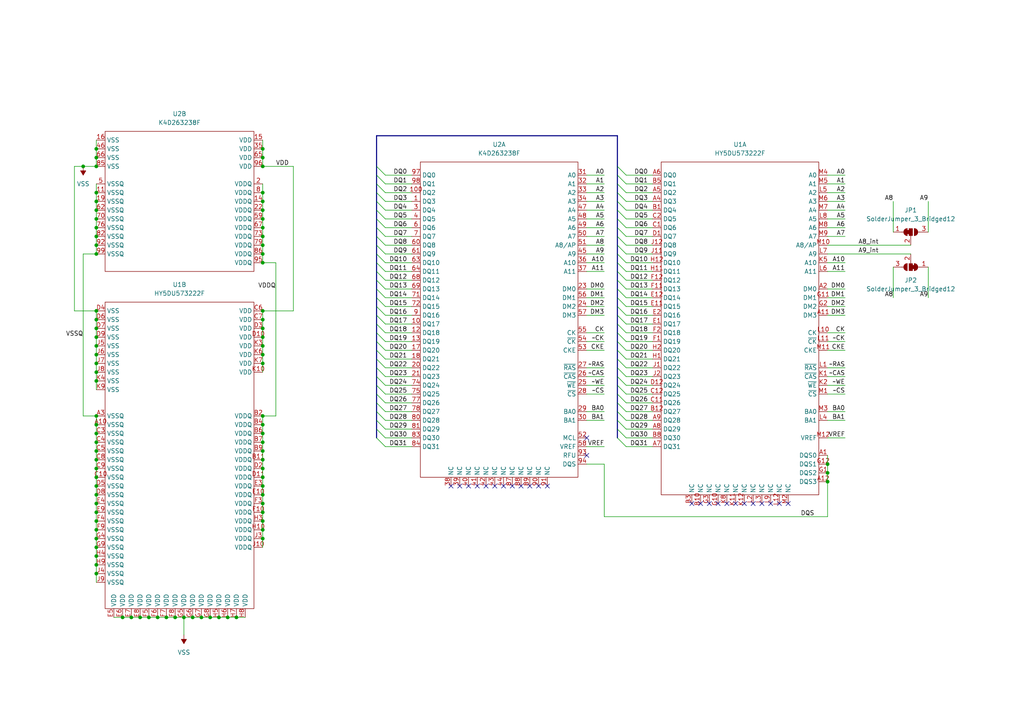
<source format=kicad_sch>
(kicad_sch (version 20230121) (generator eeschema)
  (paper "A4")
  (junction (at 76.2 123.19))
  (junction (at 45.72 179.07))
  (junction (at 27.94 105.41))
  (junction (at 76.2 55.88))
  (junction (at 27.94 130.81))
  (junction (at 27.94 146.05))
  (junction (at 27.94 163.83))
  (junction (at 76.2 125.73))
  (junction (at 48.26 179.07))
  (junction (at 76.2 120.65))
  (junction (at 76.2 48.26))
  (junction (at 76.2 73.66))
  (junction (at 76.2 66.04))
  (junction (at 27.94 92.71))
  (junction (at 27.94 60.96))
  (junction (at 27.94 151.13))
  (junction (at 27.94 143.51))
  (junction (at 27.94 95.25))
  (junction (at 27.94 133.35))
  (junction (at 76.2 100.33))
  (junction (at 27.94 97.79))
  (junction (at 76.2 45.72))
  (junction (at 27.94 158.75))
  (junction (at 27.94 73.66))
  (junction (at 27.94 123.19))
  (junction (at 27.94 100.33))
  (junction (at 27.94 166.37))
  (junction (at 27.94 43.18))
  (junction (at 76.2 135.89))
  (junction (at 76.2 146.05))
  (junction (at 27.94 63.5))
  (junction (at 27.94 58.42))
  (junction (at 27.94 102.87))
  (junction (at 76.2 92.71))
  (junction (at 27.94 71.12))
  (junction (at 27.94 128.27))
  (junction (at 76.2 68.58))
  (junction (at 76.2 63.5))
  (junction (at 35.56 179.07))
  (junction (at 240.03 139.7))
  (junction (at 76.2 140.97))
  (junction (at 76.2 148.59))
  (junction (at 76.2 151.13))
  (junction (at 50.8 179.07))
  (junction (at 76.2 133.35))
  (junction (at 76.2 60.96))
  (junction (at 68.58 179.07))
  (junction (at 76.2 95.25))
  (junction (at 76.2 90.17))
  (junction (at 27.94 68.58))
  (junction (at 27.94 45.72))
  (junction (at 76.2 58.42))
  (junction (at 63.5 179.07))
  (junction (at 66.04 179.07))
  (junction (at 27.94 135.89))
  (junction (at 58.42 179.07))
  (junction (at 27.94 55.88))
  (junction (at 27.94 107.95))
  (junction (at 76.2 153.67))
  (junction (at 24.13 48.26))
  (junction (at 76.2 105.41))
  (junction (at 27.94 120.65))
  (junction (at 43.18 179.07))
  (junction (at 27.94 148.59))
  (junction (at 76.2 138.43))
  (junction (at 76.2 130.81))
  (junction (at 27.94 161.29))
  (junction (at 76.2 71.12))
  (junction (at 76.2 76.2))
  (junction (at 76.2 128.27))
  (junction (at 40.64 179.07))
  (junction (at 76.2 102.87))
  (junction (at 27.94 66.04))
  (junction (at 27.94 138.43))
  (junction (at 60.96 179.07))
  (junction (at 27.94 110.49))
  (junction (at 27.94 140.97))
  (junction (at 240.03 137.16))
  (junction (at 38.1 179.07))
  (junction (at 27.94 156.21))
  (junction (at 76.2 143.51))
  (junction (at 76.2 43.18))
  (junction (at 27.94 153.67))
  (junction (at 27.94 125.73))
  (junction (at 53.34 179.07))
  (junction (at 55.88 179.07))
  (junction (at 240.03 134.62))
  (junction (at 76.2 97.79))
  (junction (at 76.2 156.21))
  (junction (at 27.94 48.26))
  (junction (at 27.94 90.17))
  (no_connect (at 218.44 146.05))
  (no_connect (at 220.98 146.05))
  (no_connect (at 223.52 146.05))
  (no_connect (at 226.06 146.05))
  (no_connect (at 228.6 146.05))
  (no_connect (at 200.66 146.05))
  (no_connect (at 203.2 146.05))
  (no_connect (at 205.74 146.05))
  (no_connect (at 208.28 146.05))
  (no_connect (at 210.82 146.05))
  (no_connect (at 213.36 146.05))
  (no_connect (at 215.9 146.05))
  (no_connect (at 146.05 140.97))
  (no_connect (at 143.51 140.97))
  (no_connect (at 148.59 140.97))
  (no_connect (at 140.97 140.97))
  (no_connect (at 138.43 140.97))
  (no_connect (at 153.67 140.97))
  (no_connect (at 156.21 140.97))
  (no_connect (at 158.75 140.97))
  (no_connect (at 151.13 140.97))
  (no_connect (at 133.35 140.97))
  (no_connect (at 135.89 140.97))
  (no_connect (at 130.81 140.97))
  (no_connect (at 170.18 127))
  (no_connect (at 170.18 132.08))
  (bus_entry (at 179.07 101.6) (size 2.54 2.54))
  (bus_entry (at 109.22 88.9) (size 2.54 2.54))
  (bus_entry (at 109.22 76.2) (size 2.54 2.54))
  (bus_entry (at 109.22 86.36) (size 2.54 2.54))
  (bus_entry (at 109.22 58.42) (size 2.54 2.54))
  (bus_entry (at 179.07 66.04) (size 2.54 2.54))
  (bus_entry (at 179.07 104.14) (size 2.54 2.54))
  (bus_entry (at 179.07 53.34) (size 2.54 2.54))
  (bus_entry (at 179.07 116.84) (size 2.54 2.54))
  (bus_entry (at 179.07 109.22) (size 2.54 2.54))
  (bus_entry (at 179.07 99.06) (size 2.54 2.54))
  (bus_entry (at 179.07 91.44) (size 2.54 2.54))
  (bus_entry (at 179.07 93.98) (size 2.54 2.54))
  (bus_entry (at 179.07 88.9) (size 2.54 2.54))
  (bus_entry (at 179.07 71.12) (size 2.54 2.54))
  (bus_entry (at 109.22 50.8) (size 2.54 2.54))
  (bus_entry (at 179.07 114.3) (size 2.54 2.54))
  (bus_entry (at 109.22 116.84) (size 2.54 2.54))
  (bus_entry (at 109.22 119.38) (size 2.54 2.54))
  (bus_entry (at 109.22 127) (size 2.54 2.54))
  (bus_entry (at 109.22 124.46) (size 2.54 2.54))
  (bus_entry (at 109.22 121.92) (size 2.54 2.54))
  (bus_entry (at 109.22 114.3) (size 2.54 2.54))
  (bus_entry (at 109.22 111.76) (size 2.54 2.54))
  (bus_entry (at 109.22 109.22) (size 2.54 2.54))
  (bus_entry (at 179.07 58.42) (size 2.54 2.54))
  (bus_entry (at 179.07 63.5) (size 2.54 2.54))
  (bus_entry (at 109.22 93.98) (size 2.54 2.54))
  (bus_entry (at 109.22 55.88) (size 2.54 2.54))
  (bus_entry (at 109.22 91.44) (size 2.54 2.54))
  (bus_entry (at 179.07 111.76) (size 2.54 2.54))
  (bus_entry (at 109.22 71.12) (size 2.54 2.54))
  (bus_entry (at 109.22 63.5) (size 2.54 2.54))
  (bus_entry (at 179.07 124.46) (size 2.54 2.54))
  (bus_entry (at 109.22 68.58) (size 2.54 2.54))
  (bus_entry (at 109.22 48.26) (size 2.54 2.54))
  (bus_entry (at 179.07 55.88) (size 2.54 2.54))
  (bus_entry (at 179.07 83.82) (size 2.54 2.54))
  (bus_entry (at 109.22 106.68) (size 2.54 2.54))
  (bus_entry (at 179.07 60.96) (size 2.54 2.54))
  (bus_entry (at 179.07 73.66) (size 2.54 2.54))
  (bus_entry (at 109.22 99.06) (size 2.54 2.54))
  (bus_entry (at 109.22 66.04) (size 2.54 2.54))
  (bus_entry (at 109.22 83.82) (size 2.54 2.54))
  (bus_entry (at 179.07 127) (size 2.54 2.54))
  (bus_entry (at 179.07 81.28) (size 2.54 2.54))
  (bus_entry (at 109.22 101.6) (size 2.54 2.54))
  (bus_entry (at 109.22 104.14) (size 2.54 2.54))
  (bus_entry (at 179.07 86.36) (size 2.54 2.54))
  (bus_entry (at 179.07 78.74) (size 2.54 2.54))
  (bus_entry (at 179.07 96.52) (size 2.54 2.54))
  (bus_entry (at 109.22 96.52) (size 2.54 2.54))
  (bus_entry (at 179.07 119.38) (size 2.54 2.54))
  (bus_entry (at 179.07 68.58) (size 2.54 2.54))
  (bus_entry (at 179.07 48.26) (size 2.54 2.54))
  (bus_entry (at 179.07 76.2) (size 2.54 2.54))
  (bus_entry (at 179.07 50.8) (size 2.54 2.54))
  (bus_entry (at 109.22 53.34) (size 2.54 2.54))
  (bus_entry (at 109.22 60.96) (size 2.54 2.54))
  (bus_entry (at 109.22 78.74) (size 2.54 2.54))
  (bus_entry (at 109.22 81.28) (size 2.54 2.54))
  (bus_entry (at 179.07 121.92) (size 2.54 2.54))
  (bus_entry (at 179.07 106.68) (size 2.54 2.54))
  (bus_entry (at 109.22 73.66) (size 2.54 2.54))
  (wire (pts (xy 181.61 99.06) (xy 189.23 99.06)))
  (wire (pts (xy 240.03 63.5) (xy 245.11 63.5)))
  (bus (pts (xy 109.22 96.52) (xy 109.22 93.98)))
  (wire (pts (xy 111.76 53.34) (xy 119.38 53.34)))
  (wire (pts (xy 111.76 60.96) (xy 119.38 60.96)))
  (wire (pts (xy 111.76 78.74) (xy 119.38 78.74)))
  (wire (pts (xy 111.76 71.12) (xy 119.38 71.12)))
  (bus (pts (xy 109.22 73.66) (xy 109.22 71.12)))
  (bus (pts (xy 179.07 119.38) (xy 179.07 121.92)))
  (wire (pts (xy 27.94 146.05) (xy 27.94 148.59)))
  (wire (pts (xy 240.03 127) (xy 245.11 127)))
  (bus (pts (xy 179.07 124.46) (xy 179.07 127)))
  (bus (pts (xy 179.07 71.12) (xy 179.07 73.66)))
  (wire (pts (xy 181.61 106.68) (xy 189.23 106.68)))
  (wire (pts (xy 76.2 153.67) (xy 76.2 156.21)))
  (wire (pts (xy 76.2 90.17) (xy 85.09 90.17)))
  (wire (pts (xy 76.2 148.59) (xy 76.2 151.13)))
  (bus (pts (xy 109.22 114.3) (xy 109.22 111.76)))
  (bus (pts (xy 109.22 86.36) (xy 109.22 83.82)))
  (wire (pts (xy 240.03 132.08) (xy 240.03 134.62)))
  (wire (pts (xy 76.2 123.19) (xy 76.2 125.73)))
  (bus (pts (xy 109.22 78.74) (xy 109.22 76.2)))
  (bus (pts (xy 179.07 73.66) (xy 179.07 76.2)))
  (wire (pts (xy 240.03 66.04) (xy 245.11 66.04)))
  (bus (pts (xy 179.07 81.28) (xy 179.07 83.82)))
  (wire (pts (xy 24.13 73.66) (xy 24.13 120.65)))
  (bus (pts (xy 109.22 101.6) (xy 109.22 99.06)))
  (bus (pts (xy 179.07 114.3) (xy 179.07 116.84)))
  (bus (pts (xy 109.22 68.58) (xy 109.22 66.04)))
  (bus (pts (xy 179.07 101.6) (xy 179.07 104.14)))
  (wire (pts (xy 240.03 121.92) (xy 245.11 121.92)))
  (bus (pts (xy 109.22 48.26) (xy 109.22 39.37)))
  (wire (pts (xy 27.94 123.19) (xy 27.94 125.73)))
  (wire (pts (xy 76.2 120.65) (xy 76.2 123.19)))
  (wire (pts (xy 269.24 77.47) (xy 269.24 86.36)))
  (wire (pts (xy 111.76 124.46) (xy 119.38 124.46)))
  (bus (pts (xy 179.07 88.9) (xy 179.07 91.44)))
  (wire (pts (xy 27.94 53.34) (xy 27.94 55.88)))
  (wire (pts (xy 76.2 151.13) (xy 76.2 153.67)))
  (bus (pts (xy 179.07 109.22) (xy 179.07 111.76)))
  (wire (pts (xy 170.18 96.52) (xy 175.26 96.52)))
  (wire (pts (xy 27.94 120.65) (xy 27.94 123.19)))
  (wire (pts (xy 27.94 138.43) (xy 27.94 140.97)))
  (wire (pts (xy 240.03 78.74) (xy 245.11 78.74)))
  (wire (pts (xy 27.94 140.97) (xy 27.94 143.51)))
  (bus (pts (xy 179.07 78.74) (xy 179.07 81.28)))
  (bus (pts (xy 109.22 127) (xy 109.22 124.46)))
  (bus (pts (xy 109.22 39.37) (xy 179.07 39.37)))
  (bus (pts (xy 109.22 104.14) (xy 109.22 101.6)))
  (wire (pts (xy 76.2 40.64) (xy 76.2 43.18)))
  (wire (pts (xy 76.2 43.18) (xy 76.2 45.72)))
  (wire (pts (xy 240.03 71.12) (xy 264.16 71.12)))
  (wire (pts (xy 240.03 53.34) (xy 245.11 53.34)))
  (wire (pts (xy 111.76 129.54) (xy 119.38 129.54)))
  (wire (pts (xy 111.76 93.98) (xy 119.38 93.98)))
  (wire (pts (xy 85.09 90.17) (xy 85.09 48.26)))
  (wire (pts (xy 170.18 101.6) (xy 175.26 101.6)))
  (wire (pts (xy 27.94 95.25) (xy 27.94 97.79)))
  (wire (pts (xy 170.18 66.04) (xy 175.26 66.04)))
  (wire (pts (xy 170.18 78.74) (xy 175.26 78.74)))
  (wire (pts (xy 111.76 50.8) (xy 119.38 50.8)))
  (bus (pts (xy 179.07 83.82) (xy 179.07 86.36)))
  (wire (pts (xy 76.2 66.04) (xy 76.2 68.58)))
  (bus (pts (xy 109.22 60.96) (xy 109.22 58.42)))
  (wire (pts (xy 76.2 53.34) (xy 76.2 55.88)))
  (bus (pts (xy 109.22 99.06) (xy 109.22 96.52)))
  (wire (pts (xy 33.02 179.07) (xy 35.56 179.07)))
  (wire (pts (xy 27.94 125.73) (xy 27.94 128.27)))
  (wire (pts (xy 27.94 100.33) (xy 27.94 102.87)))
  (wire (pts (xy 27.94 143.51) (xy 27.94 146.05)))
  (bus (pts (xy 109.22 83.82) (xy 109.22 81.28)))
  (wire (pts (xy 27.94 60.96) (xy 27.94 63.5)))
  (bus (pts (xy 109.22 124.46) (xy 109.22 121.92)))
  (wire (pts (xy 181.61 116.84) (xy 189.23 116.84)))
  (wire (pts (xy 50.8 179.07) (xy 53.34 179.07)))
  (wire (pts (xy 181.61 68.58) (xy 189.23 68.58)))
  (wire (pts (xy 181.61 101.6) (xy 189.23 101.6)))
  (wire (pts (xy 27.94 107.95) (xy 27.94 110.49)))
  (wire (pts (xy 111.76 63.5) (xy 119.38 63.5)))
  (wire (pts (xy 111.76 119.38) (xy 119.38 119.38)))
  (wire (pts (xy 76.2 97.79) (xy 76.2 100.33)))
  (wire (pts (xy 181.61 86.36) (xy 189.23 86.36)))
  (bus (pts (xy 179.07 111.76) (xy 179.07 114.3)))
  (bus (pts (xy 179.07 60.96) (xy 179.07 63.5)))
  (wire (pts (xy 240.03 109.22) (xy 245.11 109.22)))
  (wire (pts (xy 181.61 63.5) (xy 189.23 63.5)))
  (wire (pts (xy 76.2 105.41) (xy 76.2 107.95)))
  (bus (pts (xy 179.07 48.26) (xy 179.07 39.37)))
  (wire (pts (xy 66.04 179.07) (xy 68.58 179.07)))
  (wire (pts (xy 63.5 179.07) (xy 66.04 179.07)))
  (wire (pts (xy 240.03 101.6) (xy 245.11 101.6)))
  (wire (pts (xy 27.94 58.42) (xy 27.94 60.96)))
  (wire (pts (xy 181.61 73.66) (xy 189.23 73.66)))
  (wire (pts (xy 111.76 121.92) (xy 119.38 121.92)))
  (wire (pts (xy 55.88 179.07) (xy 58.42 179.07)))
  (wire (pts (xy 27.94 102.87) (xy 27.94 105.41)))
  (wire (pts (xy 181.61 104.14) (xy 189.23 104.14)))
  (wire (pts (xy 76.2 92.71) (xy 76.2 95.25)))
  (wire (pts (xy 27.94 90.17) (xy 27.94 92.71)))
  (wire (pts (xy 80.01 76.2) (xy 76.2 76.2)))
  (wire (pts (xy 181.61 124.46) (xy 189.23 124.46)))
  (wire (pts (xy 240.03 73.66) (xy 264.16 73.66)))
  (bus (pts (xy 109.22 76.2) (xy 109.22 73.66)))
  (wire (pts (xy 240.03 137.16) (xy 240.03 139.7)))
  (wire (pts (xy 181.61 58.42) (xy 189.23 58.42)))
  (wire (pts (xy 170.18 53.34) (xy 175.26 53.34)))
  (wire (pts (xy 27.94 45.72) (xy 27.94 48.26)))
  (bus (pts (xy 179.07 99.06) (xy 179.07 101.6)))
  (wire (pts (xy 170.18 63.5) (xy 175.26 63.5)))
  (wire (pts (xy 111.76 96.52) (xy 119.38 96.52)))
  (bus (pts (xy 179.07 63.5) (xy 179.07 66.04)))
  (wire (pts (xy 27.94 73.66) (xy 27.94 71.12)))
  (wire (pts (xy 27.94 110.49) (xy 27.94 113.03)))
  (bus (pts (xy 179.07 91.44) (xy 179.07 93.98)))
  (wire (pts (xy 27.94 158.75) (xy 27.94 161.29)))
  (wire (pts (xy 240.03 114.3) (xy 245.11 114.3)))
  (bus (pts (xy 179.07 58.42) (xy 179.07 60.96)))
  (wire (pts (xy 76.2 133.35) (xy 76.2 135.89)))
  (wire (pts (xy 111.76 127) (xy 119.38 127)))
  (bus (pts (xy 109.22 53.34) (xy 109.22 50.8)))
  (bus (pts (xy 109.22 81.28) (xy 109.22 78.74)))
  (wire (pts (xy 240.03 88.9) (xy 245.11 88.9)))
  (wire (pts (xy 181.61 93.98) (xy 189.23 93.98)))
  (wire (pts (xy 21.59 48.26) (xy 21.59 90.17)))
  (wire (pts (xy 111.76 58.42) (xy 119.38 58.42)))
  (bus (pts (xy 109.22 66.04) (xy 109.22 63.5)))
  (wire (pts (xy 240.03 149.86) (xy 175.26 149.86)))
  (wire (pts (xy 240.03 106.68) (xy 245.11 106.68)))
  (wire (pts (xy 111.76 104.14) (xy 119.38 104.14)))
  (wire (pts (xy 24.13 48.26) (xy 21.59 48.26)))
  (wire (pts (xy 76.2 100.33) (xy 76.2 102.87)))
  (wire (pts (xy 170.18 86.36) (xy 175.26 86.36)))
  (wire (pts (xy 240.03 91.44) (xy 245.11 91.44)))
  (wire (pts (xy 269.24 58.42) (xy 269.24 67.31)))
  (wire (pts (xy 170.18 73.66) (xy 175.26 73.66)))
  (wire (pts (xy 181.61 121.92) (xy 189.23 121.92)))
  (wire (pts (xy 53.34 179.07) (xy 55.88 179.07)))
  (bus (pts (xy 109.22 55.88) (xy 109.22 53.34)))
  (wire (pts (xy 181.61 119.38) (xy 189.23 119.38)))
  (wire (pts (xy 76.2 138.43) (xy 76.2 140.97)))
  (wire (pts (xy 111.76 99.06) (xy 119.38 99.06)))
  (wire (pts (xy 76.2 120.65) (xy 80.01 120.65)))
  (wire (pts (xy 240.03 50.8) (xy 245.11 50.8)))
  (wire (pts (xy 27.94 166.37) (xy 27.94 168.91)))
  (wire (pts (xy 240.03 58.42) (xy 245.11 58.42)))
  (wire (pts (xy 240.03 96.52) (xy 245.11 96.52)))
  (wire (pts (xy 181.61 127) (xy 189.23 127)))
  (wire (pts (xy 111.76 73.66) (xy 119.38 73.66)))
  (wire (pts (xy 240.03 134.62) (xy 240.03 137.16)))
  (wire (pts (xy 68.58 179.07) (xy 71.12 179.07)))
  (wire (pts (xy 27.94 105.41) (xy 27.94 107.95)))
  (wire (pts (xy 181.61 50.8) (xy 189.23 50.8)))
  (wire (pts (xy 24.13 120.65) (xy 27.94 120.65)))
  (wire (pts (xy 80.01 120.65) (xy 80.01 76.2)))
  (bus (pts (xy 179.07 104.14) (xy 179.07 106.68)))
  (wire (pts (xy 240.03 111.76) (xy 245.11 111.76)))
  (wire (pts (xy 76.2 143.51) (xy 76.2 146.05)))
  (wire (pts (xy 21.59 90.17) (xy 27.94 90.17)))
  (bus (pts (xy 179.07 50.8) (xy 179.07 53.34)))
  (wire (pts (xy 76.2 125.73) (xy 76.2 128.27)))
  (wire (pts (xy 111.76 116.84) (xy 119.38 116.84)))
  (wire (pts (xy 85.09 48.26) (xy 76.2 48.26)))
  (wire (pts (xy 111.76 91.44) (xy 119.38 91.44)))
  (bus (pts (xy 179.07 121.92) (xy 179.07 124.46)))
  (bus (pts (xy 179.07 96.52) (xy 179.07 99.06)))
  (wire (pts (xy 76.2 63.5) (xy 76.2 66.04)))
  (bus (pts (xy 179.07 66.04) (xy 179.07 68.58)))
  (wire (pts (xy 76.2 146.05) (xy 76.2 148.59)))
  (wire (pts (xy 170.18 119.38) (xy 175.26 119.38)))
  (wire (pts (xy 27.94 151.13) (xy 27.94 153.67)))
  (wire (pts (xy 76.2 71.12) (xy 76.2 73.66)))
  (wire (pts (xy 170.18 58.42) (xy 175.26 58.42)))
  (wire (pts (xy 181.61 53.34) (xy 189.23 53.34)))
  (wire (pts (xy 170.18 106.68) (xy 175.26 106.68)))
  (wire (pts (xy 76.2 128.27) (xy 76.2 130.81)))
  (wire (pts (xy 170.18 60.96) (xy 175.26 60.96)))
  (wire (pts (xy 53.34 179.07) (xy 53.34 184.15)))
  (bus (pts (xy 109.22 91.44) (xy 109.22 88.9)))
  (wire (pts (xy 170.18 111.76) (xy 175.26 111.76)))
  (wire (pts (xy 181.61 129.54) (xy 189.23 129.54)))
  (wire (pts (xy 76.2 140.97) (xy 76.2 143.51)))
  (wire (pts (xy 111.76 109.22) (xy 119.38 109.22)))
  (bus (pts (xy 179.07 106.68) (xy 179.07 109.22)))
  (wire (pts (xy 111.76 68.58) (xy 119.38 68.58)))
  (wire (pts (xy 170.18 71.12) (xy 175.26 71.12)))
  (wire (pts (xy 175.26 149.86) (xy 175.26 134.62)))
  (wire (pts (xy 27.94 92.71) (xy 27.94 95.25)))
  (wire (pts (xy 27.94 148.59) (xy 27.94 151.13)))
  (bus (pts (xy 179.07 86.36) (xy 179.07 88.9)))
  (wire (pts (xy 181.61 66.04) (xy 189.23 66.04)))
  (wire (pts (xy 76.2 130.81) (xy 76.2 133.35)))
  (bus (pts (xy 109.22 109.22) (xy 109.22 106.68)))
  (bus (pts (xy 179.07 93.98) (xy 179.07 96.52)))
  (wire (pts (xy 35.56 179.07) (xy 38.1 179.07)))
  (wire (pts (xy 170.18 50.8) (xy 175.26 50.8)))
  (wire (pts (xy 181.61 114.3) (xy 189.23 114.3)))
  (bus (pts (xy 109.22 121.92) (xy 109.22 119.38)))
  (bus (pts (xy 109.22 93.98) (xy 109.22 91.44)))
  (wire (pts (xy 27.94 97.79) (xy 27.94 100.33)))
  (bus (pts (xy 109.22 58.42) (xy 109.22 55.88)))
  (wire (pts (xy 76.2 55.88) (xy 76.2 58.42)))
  (wire (pts (xy 170.18 129.54) (xy 175.26 129.54)))
  (wire (pts (xy 181.61 78.74) (xy 189.23 78.74)))
  (wire (pts (xy 111.76 81.28) (xy 119.38 81.28)))
  (wire (pts (xy 240.03 86.36) (xy 245.11 86.36)))
  (wire (pts (xy 111.76 83.82) (xy 119.38 83.82)))
  (wire (pts (xy 27.94 156.21) (xy 27.94 158.75)))
  (wire (pts (xy 76.2 95.25) (xy 76.2 97.79)))
  (wire (pts (xy 76.2 68.58) (xy 76.2 71.12)))
  (wire (pts (xy 259.08 77.47) (xy 259.08 86.36)))
  (bus (pts (xy 179.07 116.84) (xy 179.07 119.38)))
  (wire (pts (xy 48.26 179.07) (xy 50.8 179.07)))
  (bus (pts (xy 179.07 53.34) (xy 179.07 55.88)))
  (wire (pts (xy 111.76 106.68) (xy 119.38 106.68)))
  (wire (pts (xy 40.64 179.07) (xy 43.18 179.07)))
  (bus (pts (xy 179.07 68.58) (xy 179.07 71.12)))
  (wire (pts (xy 170.18 134.62) (xy 175.26 134.62)))
  (wire (pts (xy 170.18 76.2) (xy 175.26 76.2)))
  (wire (pts (xy 76.2 60.96) (xy 76.2 63.5)))
  (bus (pts (xy 179.07 48.26) (xy 179.07 50.8)))
  (wire (pts (xy 170.18 114.3) (xy 175.26 114.3)))
  (wire (pts (xy 58.42 179.07) (xy 60.96 179.07)))
  (wire (pts (xy 27.94 63.5) (xy 27.94 66.04)))
  (wire (pts (xy 240.03 55.88) (xy 245.11 55.88)))
  (wire (pts (xy 76.2 90.17) (xy 76.2 92.71)))
  (wire (pts (xy 27.94 55.88) (xy 27.94 58.42)))
  (wire (pts (xy 76.2 73.66) (xy 76.2 76.2)))
  (wire (pts (xy 27.94 73.66) (xy 24.13 73.66)))
  (wire (pts (xy 76.2 156.21) (xy 76.2 158.75)))
  (bus (pts (xy 109.22 88.9) (xy 109.22 86.36)))
  (wire (pts (xy 38.1 179.07) (xy 40.64 179.07)))
  (wire (pts (xy 170.18 83.82) (xy 175.26 83.82)))
  (wire (pts (xy 27.94 66.04) (xy 27.94 68.58)))
  (wire (pts (xy 170.18 99.06) (xy 175.26 99.06)))
  (bus (pts (xy 109.22 116.84) (xy 109.22 114.3)))
  (wire (pts (xy 27.94 128.27) (xy 27.94 130.81)))
  (wire (pts (xy 181.61 71.12) (xy 189.23 71.12)))
  (wire (pts (xy 170.18 68.58) (xy 175.26 68.58)))
  (wire (pts (xy 181.61 91.44) (xy 189.23 91.44)))
  (wire (pts (xy 181.61 88.9) (xy 189.23 88.9)))
  (wire (pts (xy 170.18 88.9) (xy 175.26 88.9)))
  (wire (pts (xy 111.76 76.2) (xy 119.38 76.2)))
  (bus (pts (xy 109.22 106.68) (xy 109.22 104.14)))
  (wire (pts (xy 240.03 60.96) (xy 245.11 60.96)))
  (wire (pts (xy 240.03 83.82) (xy 245.11 83.82)))
  (wire (pts (xy 111.76 55.88) (xy 119.38 55.88)))
  (wire (pts (xy 259.08 58.42) (xy 259.08 67.31)))
  (wire (pts (xy 181.61 83.82) (xy 189.23 83.82)))
  (wire (pts (xy 27.94 133.35) (xy 27.94 135.89)))
  (wire (pts (xy 181.61 81.28) (xy 189.23 81.28)))
  (wire (pts (xy 27.94 48.26) (xy 24.13 48.26)))
  (wire (pts (xy 27.94 153.67) (xy 27.94 156.21)))
  (wire (pts (xy 27.94 40.64) (xy 27.94 43.18)))
  (bus (pts (xy 109.22 71.12) (xy 109.22 68.58)))
  (wire (pts (xy 111.76 88.9) (xy 119.38 88.9)))
  (wire (pts (xy 181.61 96.52) (xy 189.23 96.52)))
  (wire (pts (xy 240.03 119.38) (xy 245.11 119.38)))
  (wire (pts (xy 76.2 135.89) (xy 76.2 138.43)))
  (wire (pts (xy 76.2 102.87) (xy 76.2 105.41)))
  (wire (pts (xy 170.18 109.22) (xy 175.26 109.22)))
  (wire (pts (xy 170.18 55.88) (xy 175.26 55.88)))
  (wire (pts (xy 76.2 58.42) (xy 76.2 60.96)))
  (wire (pts (xy 27.94 68.58) (xy 27.94 71.12)))
  (bus (pts (xy 109.22 63.5) (xy 109.22 60.96)))
  (wire (pts (xy 181.61 76.2) (xy 189.23 76.2)))
  (bus (pts (xy 109.22 119.38) (xy 109.22 116.84)))
  (wire (pts (xy 60.96 179.07) (xy 63.5 179.07)))
  (bus (pts (xy 109.22 111.76) (xy 109.22 109.22)))
  (wire (pts (xy 27.94 161.29) (xy 27.94 163.83)))
  (wire (pts (xy 43.18 179.07) (xy 45.72 179.07)))
  (wire (pts (xy 45.72 179.07) (xy 48.26 179.07)))
  (wire (pts (xy 181.61 109.22) (xy 189.23 109.22)))
  (wire (pts (xy 27.94 135.89) (xy 27.94 138.43)))
  (wire (pts (xy 111.76 86.36) (xy 119.38 86.36)))
  (wire (pts (xy 111.76 101.6) (xy 119.38 101.6)))
  (bus (pts (xy 109.22 50.8) (xy 109.22 48.26)))
  (wire (pts (xy 181.61 60.96) (xy 189.23 60.96)))
  (wire (pts (xy 181.61 111.76) (xy 189.23 111.76)))
  (wire (pts (xy 240.03 99.06) (xy 245.11 99.06)))
  (bus (pts (xy 179.07 55.88) (xy 179.07 58.42)))
  (wire (pts (xy 76.2 45.72) (xy 76.2 48.26)))
  (wire (pts (xy 27.94 163.83) (xy 27.94 166.37)))
  (wire (pts (xy 27.94 130.81) (xy 27.94 133.35)))
  (wire (pts (xy 27.94 43.18) (xy 27.94 45.72)))
  (bus (pts (xy 179.07 76.2) (xy 179.07 78.74)))
  (wire (pts (xy 111.76 66.04) (xy 119.38 66.04)))
  (wire (pts (xy 240.03 68.58) (xy 245.11 68.58)))
  (wire (pts (xy 111.76 111.76) (xy 119.38 111.76)))
  (wire (pts (xy 170.18 121.92) (xy 175.26 121.92)))
  (wire (pts (xy 181.61 55.88) (xy 189.23 55.88)))
  (wire (pts (xy 111.76 114.3) (xy 119.38 114.3)))
  (wire (pts (xy 240.03 139.7) (xy 240.03 149.86)))
  (wire (pts (xy 240.03 76.2) (xy 245.11 76.2)))
  (wire (pts (xy 170.18 91.44) (xy 175.26 91.44)))
  (label "DQ3" (at 187.96 58.42 180))
  (label "DQ22" (at 118.11 106.68 180))
  (label "DQ7" (at 187.96 68.58 180))
  (label "DQ23" (at 187.96 109.22 180))
  (label "A5" (at 245.11 63.5 180))
  (label "~RAS" (at 245.11 106.68 180))
  (label "BA1" (at 175.26 121.92 180))
  (label "DQ20" (at 118.11 101.6 180))
  (label "DM1" (at 175.26 86.36 180))
  (label "DQ2" (at 118.11 55.88 180))
  (label "A0" (at 175.26 50.8 180))
  (label "DQ2" (at 187.96 55.88 180))
  (label "A8" (at 175.26 71.12 180))
  (label "DQ23" (at 118.11 109.22 180))
  (label "DQ1" (at 187.96 53.34 180))
  (label "CKE" (at 245.11 101.6 180))
  (label "DQ6" (at 118.11 66.04 180))
  (label "A10" (at 245.11 76.2 180))
  (label "DQ0" (at 118.11 50.8 180))
  (label "DQ8" (at 118.11 71.12 180))
  (label "A6" (at 245.11 66.04 180))
  (label "~CS" (at 175.26 114.3 180))
  (label "A1" (at 175.26 53.34 180))
  (label "VSSQ" (at 24.13 97.79 180))
  (label "DM0" (at 245.11 83.82 180))
  (label "DQ13" (at 187.96 83.82 180))
  (label "DM3" (at 245.11 91.44 180))
  (label "DQ9" (at 118.11 73.66 180))
  (label "A7" (at 175.26 68.58 180))
  (label "DQ21" (at 118.11 104.14 180))
  (label "DQ17" (at 118.11 93.98 180))
  (label "DQ10" (at 187.96 76.2 180))
  (label "DQ28" (at 118.11 121.92 180))
  (label "DM1" (at 245.11 86.36 180))
  (label "DQ4" (at 118.11 60.96 180))
  (label "BA0" (at 175.26 119.38 180))
  (label "DQ18" (at 118.11 96.52 180))
  (label "~CAS" (at 245.11 109.22 180))
  (label "~CK" (at 245.11 99.06 180))
  (label "VREF" (at 175.26 129.54 180))
  (label "DQ30" (at 118.11 127 180))
  (label "DQS" (at 236.22 149.86 180))
  (label "A4" (at 245.11 60.96 180))
  (label "A3" (at 175.26 58.42 180))
  (label "~WE" (at 175.26 111.76 180))
  (label "DQ17" (at 187.96 93.98 180))
  (label "~CS" (at 245.11 114.3 180))
  (label "DQ5" (at 118.11 63.5 180))
  (label "DM2" (at 175.26 88.9 180))
  (label "DQ11" (at 118.11 78.74 180))
  (label "DQ11" (at 187.96 78.74 180))
  (label "A8" (at 259.08 58.42 180))
  (label "A0" (at 245.11 50.8 180))
  (label "DQ12" (at 118.11 81.28 180))
  (label "DQ24" (at 118.11 111.76 180))
  (label "VDDQ" (at 80.01 83.82 180))
  (label "A7" (at 245.11 68.58 180))
  (label "A4" (at 175.26 60.96 180))
  (label "DQ7" (at 118.11 68.58 180))
  (label "DQ3" (at 118.11 58.42 180))
  (label "A9" (at 269.24 58.42 180))
  (label "DQ30" (at 187.96 127 180))
  (label "A5" (at 175.26 63.5 180))
  (label "DQ27" (at 118.11 119.38 180))
  (label "A9_int" (at 248.92 73.66 0))
  (label "DQ31" (at 118.11 129.54 180))
  (label "A2" (at 245.11 55.88 180))
  (label "DQ29" (at 187.96 124.46 180))
  (label "BA1" (at 245.11 121.92 180))
  (label "DQ25" (at 118.11 114.3 180))
  (label "DQ21" (at 187.96 104.14 180))
  (label "A8_int" (at 248.92 71.12 0))
  (label "A11" (at 175.26 78.74 180))
  (label "DQ8" (at 187.96 71.12 180))
  (label "CK" (at 245.11 96.52 180))
  (label "DQ13" (at 118.11 83.82 180))
  (label "DQ1" (at 118.11 53.34 180))
  (label "DQ22" (at 187.96 106.68 180))
  (label "DQ15" (at 187.96 88.9 180))
  (label "DQ14" (at 118.11 86.36 180))
  (label "DQ20" (at 187.96 101.6 180))
  (label "DQ29" (at 118.11 124.46 180))
  (label "DM3" (at 175.26 91.44 180))
  (label "DQ31" (at 187.96 129.54 180))
  (label "A6" (at 175.26 66.04 180))
  (label "DQ15" (at 118.11 88.9 180))
  (label "DQ19" (at 118.11 99.06 180))
  (label "DQ28" (at 187.96 121.92 180))
  (label "DQ24" (at 187.96 111.76 180))
  (label "DQ14" (at 187.96 86.36 180))
  (label "~RAS" (at 175.26 106.68 180))
  (label "A2" (at 175.26 55.88 180))
  (label "DQ26" (at 118.11 116.84 180))
  (label "CKE" (at 175.26 101.6 180))
  (label "A11" (at 245.11 78.74 180))
  (label "DQ16" (at 118.11 91.44 180))
  (label "DM0" (at 175.26 83.82 180))
  (label "DQ16" (at 187.96 91.44 180))
  (label "A8" (at 259.08 86.36 180))
  (label "DQ6" (at 187.96 66.04 180))
  (label "DM2" (at 245.11 88.9 180))
  (label "DQ25" (at 187.96 114.3 180))
  (label "A9" (at 269.24 86.36 180))
  (label "VREF" (at 245.11 127 180))
  (label "~CAS" (at 175.26 109.22 180))
  (label "~WE" (at 245.11 111.76 180))
  (label "DQ26" (at 187.96 116.84 180))
  (label "DQ9" (at 187.96 73.66 180))
  (label "DQ27" (at 187.96 119.38 180))
  (label "VDD" (at 83.82 48.26 180))
  (label "DQ18" (at 187.96 96.52 180))
  (label "DQ19" (at 187.96 99.06 180))
  (label "CK" (at 175.26 96.52 180))
  (label "A9" (at 175.26 73.66 180))
  (label "DQ5" (at 187.96 63.5 180))
  (label "DQ12" (at 187.96 81.28 180))
  (label "DQ10" (at 118.11 76.2 180))
  (label "A10" (at 175.26 76.2 180))
  (label "A3" (at 245.11 58.42 180))
  (label "DQ0" (at 187.96 50.8 180))
  (label "A1" (at 245.11 53.34 180))
  (label "BA0" (at 245.11 119.38 180))
  (label "~CK" (at 175.26 99.06 180))
  (label "DQ4" (at 187.96 60.96 180))
  (symbol (lib_id "Memory_RAM_custom:K4D263238F") (at 144.78 92.71 0) (unit 1)
    (property "Reference" "U2" (at 144.78 41.91 0))
    (property "Value" "K4D263238F" (at 144.78 44.45 0))
    (property "Footprint" "Package_QFP:PQFP-100_14x20mm_P0.65mm" (effects hide))
  )
  (symbol (lib_id "power:VSS") (at 53.34 184.15 180) (unit 1)
    (property "Reference" "#PWR?" (effects hide))
    (property "Value" "VSS" (at 53.34 189.23 0))
  )
  (symbol (lib_id "Memory_RAM_custom:HY5DU573222F") (at 214.63 92.71 0) (unit 1)
    (property "Reference" "U1" (at 214.63 41.91 0))
    (property "Value" "HY5DU573222F" (at 214.63 44.45 0))
    (property "Footprint" "Package_BGA:LFBGA-144_10x10mm_Layout12x12_P0.8mm" (effects hide))
  )
  (symbol (lib_id "Jumper:SolderJumper_3_Bridged12") (at 264.16 77.47 180) (unit 1)
    (property "Reference" "JP2" (at 264.16 81.28 0))
    (property "Value" "SolderJumper_3_Bridged12" (at 264.16 83.82 0))
    (property "Footprint" "Jumper_custom:SolderJumper-3_P0.8mm_Open" (effects hide))
  )
  (symbol (lib_name "HY5DU573222F_1") (lib_id "Memory_RAM_custom:HY5DU573222F") (at 52.07 129.54 0) (unit 2)
    (property "Reference" "U1" (at 52.07 82.55 0))
    (property "Value" "HY5DU573222F" (at 52.07 85.09 0))
    (property "Footprint" "Package_BGA:LFBGA-144_10x10mm_Layout12x12_P0.8mm" (effects hide))
  )
  (symbol (lib_id "Memory_RAM_custom:K4D263238F") (at 52.07 58.42 0) (unit 2)
    (property "Reference" "U2" (at 52.07 33.02 0))
    (property "Value" "K4D263238F" (at 52.07 35.56 0))
    (property "Footprint" "Package_QFP:PQFP-100_14x20mm_P0.65mm" (effects hide))
  )
  (symbol (lib_id "Jumper:SolderJumper_3_Bridged12") (at 264.16 67.31 0) (unit 1)
    (property "Reference" "JP1" (at 264.16 60.96 0))
    (property "Value" "SolderJumper_3_Bridged12" (at 264.16 63.5 0))
    (property "Footprint" "Jumper_custom:SolderJumper-3_P0.8mm_Open" (effects hide))
  )
  (symbol (lib_id "power:VSS") (at 24.13 48.26 180) (unit 1)
    (property "Reference" "#PWR0101" (effects hide))
    (property "Value" "VSS" (at 24.13 53.34 0))
  )
)
</source>
